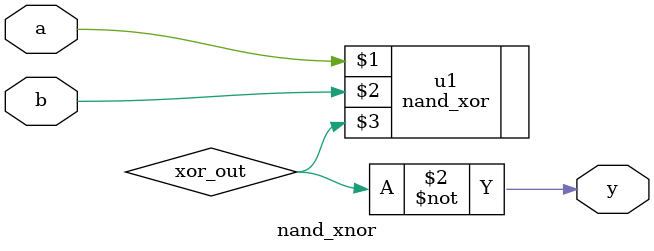
<source format=v>
module nand_xnor(input a, input b, output y);
    wire xor_out;
    nand_xor u1(a, b, xor_out);
    nand (y, xor_out, xor_out); // invert XOR
endmodule

</source>
